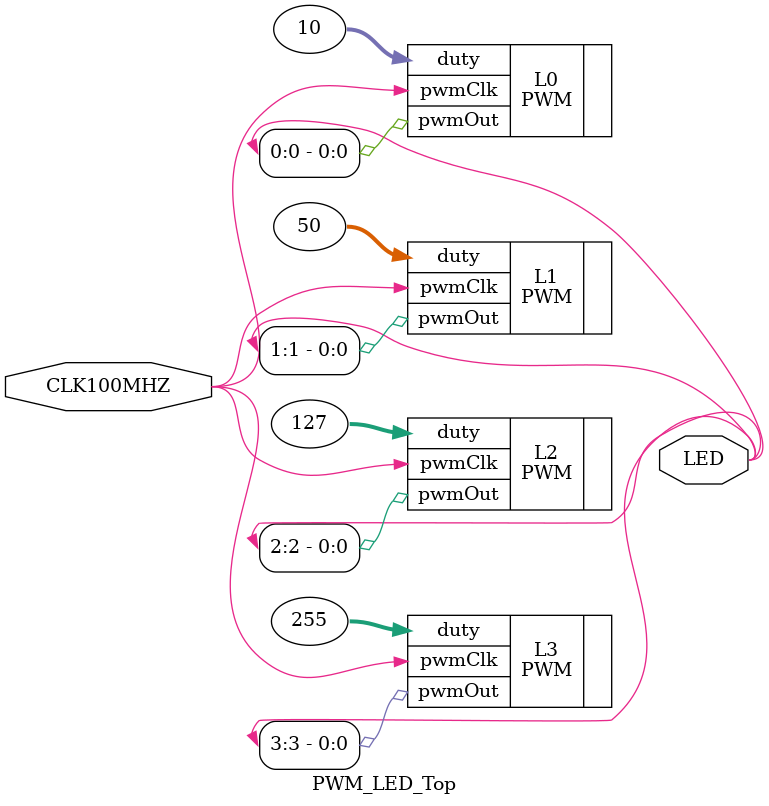
<source format=sv>
module PWM_LED_Top(
    input  logic CLK100MHZ,
    output logic [3:0] LED  );

    // 100MHz/(2^8) = 390kHz (Ä¿±êPWMÆµÂÊ: LEDµÄÉÁË¸ÆµÂÊ)
    PWM #(8)L0(.pwmClk(CLK100MHZ), .duty(10),  .pwmOut(LED[0])); //  11/256= 4%
    PWM #(8)L1(.pwmClk(CLK100MHZ), .duty(50),  .pwmOut(LED[1])); //  51/256=20%
    PWM #(8)L2(.pwmClk(CLK100MHZ), .duty(127), .pwmOut(LED[2])); // 128/256=50%
    PWM #(8)L3(.pwmClk(CLK100MHZ), .duty(255), .pwmOut(LED[3])); // 256/256=100%
endmodule
</source>
